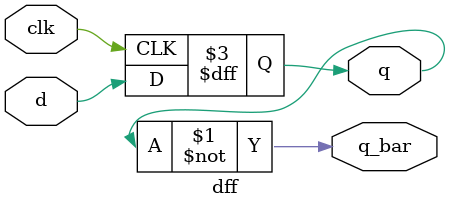
<source format=sv>
module top_module (
    input clk,
    input x,
    output z
);

    wire d1, d2, d3;
    wire q1, q2, q3;
    wire q1_bar, q2_bar, q3_bar;

    // D flip-flop 1
    assign d1 = x ^ q1;
    dff dff1 (.clk(clk), .d(d1), .q(q1), .q_bar(q1_bar));

    // D flip-flop 2
    assign d2 = x & q2_bar;
    dff dff2 (.clk(clk), .d(d2), .q(q2), .q_bar(q2_bar));

    // D flip-flop 3
    assign d3 = x | q3_bar;
    dff dff3 (.clk(clk), .d(d3), .q(q3), .q_bar(q3_bar));

    // Output logic
    assign z = ~(q1 ^ q2 ^ q3);

endmodule
module dff (
    input clk,
    input d,
    output q,
    output q_bar
);
    reg q;
    assign q_bar = ~q;

    always @(posedge clk) begin
        q <= d;
    end
endmodule

</source>
